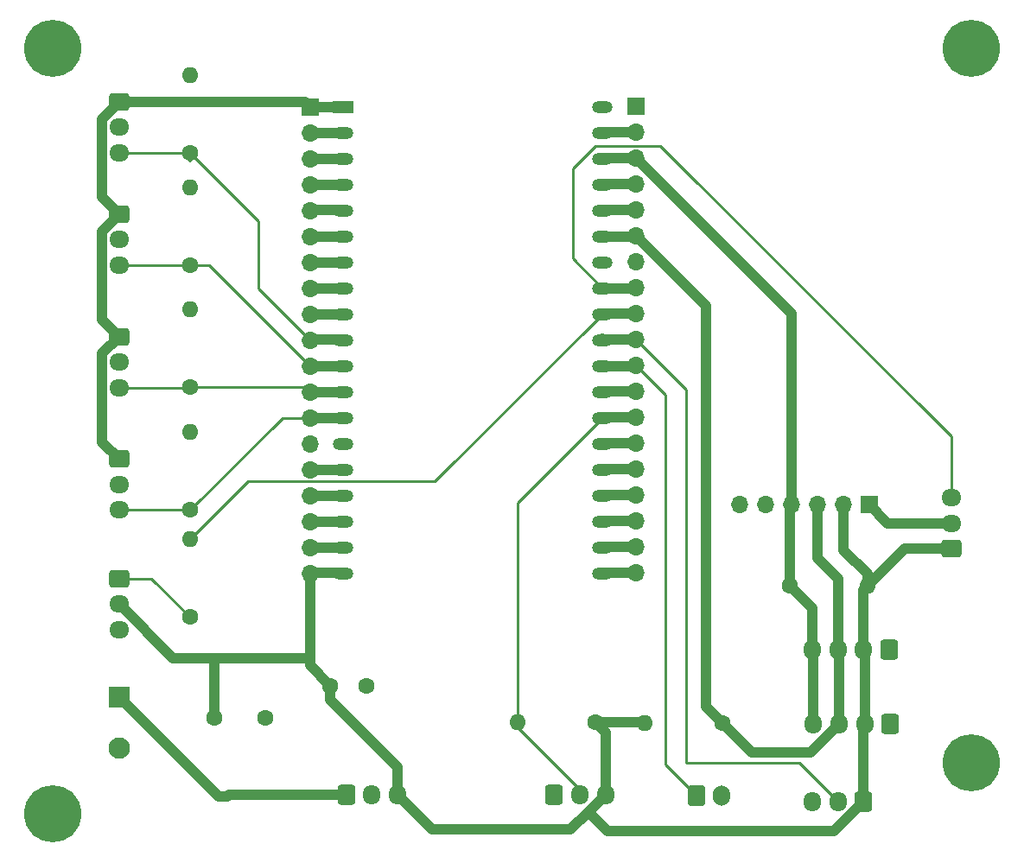
<source format=gbr>
%TF.GenerationSoftware,KiCad,Pcbnew,8.0.8*%
%TF.CreationDate,2025-01-28T10:27:55+01:00*%
%TF.ProjectId,PoolClock,506f6f6c-436c-46f6-936b-2e6b69636164,1.0*%
%TF.SameCoordinates,Original*%
%TF.FileFunction,Copper,L1,Top*%
%TF.FilePolarity,Positive*%
%FSLAX46Y46*%
G04 Gerber Fmt 4.6, Leading zero omitted, Abs format (unit mm)*
G04 Created by KiCad (PCBNEW 8.0.8) date 2025-01-28 10:27:55*
%MOMM*%
%LPD*%
G01*
G04 APERTURE LIST*
G04 Aperture macros list*
%AMRoundRect*
0 Rectangle with rounded corners*
0 $1 Rounding radius*
0 $2 $3 $4 $5 $6 $7 $8 $9 X,Y pos of 4 corners*
0 Add a 4 corners polygon primitive as box body*
4,1,4,$2,$3,$4,$5,$6,$7,$8,$9,$2,$3,0*
0 Add four circle primitives for the rounded corners*
1,1,$1+$1,$2,$3*
1,1,$1+$1,$4,$5*
1,1,$1+$1,$6,$7*
1,1,$1+$1,$8,$9*
0 Add four rect primitives between the rounded corners*
20,1,$1+$1,$2,$3,$4,$5,0*
20,1,$1+$1,$4,$5,$6,$7,0*
20,1,$1+$1,$6,$7,$8,$9,0*
20,1,$1+$1,$8,$9,$2,$3,0*%
G04 Aperture macros list end*
%TA.AperFunction,ComponentPad*%
%ADD10RoundRect,0.250000X-0.725000X0.600000X-0.725000X-0.600000X0.725000X-0.600000X0.725000X0.600000X0*%
%TD*%
%TA.AperFunction,ComponentPad*%
%ADD11O,1.950000X1.700000*%
%TD*%
%TA.AperFunction,ComponentPad*%
%ADD12RoundRect,0.250000X-0.600000X-0.725000X0.600000X-0.725000X0.600000X0.725000X-0.600000X0.725000X0*%
%TD*%
%TA.AperFunction,ComponentPad*%
%ADD13O,1.700000X1.950000*%
%TD*%
%TA.AperFunction,ComponentPad*%
%ADD14R,1.700000X1.700000*%
%TD*%
%TA.AperFunction,ComponentPad*%
%ADD15O,1.700000X1.700000*%
%TD*%
%TA.AperFunction,ComponentPad*%
%ADD16RoundRect,0.250000X0.725000X-0.600000X0.725000X0.600000X-0.725000X0.600000X-0.725000X-0.600000X0*%
%TD*%
%TA.AperFunction,ComponentPad*%
%ADD17C,1.600000*%
%TD*%
%TA.AperFunction,ComponentPad*%
%ADD18RoundRect,0.250000X0.600000X0.725000X-0.600000X0.725000X-0.600000X-0.725000X0.600000X-0.725000X0*%
%TD*%
%TA.AperFunction,ComponentPad*%
%ADD19R,2.100000X2.100000*%
%TD*%
%TA.AperFunction,ComponentPad*%
%ADD20C,2.100000*%
%TD*%
%TA.AperFunction,ComponentPad*%
%ADD21O,1.600000X1.600000*%
%TD*%
%TA.AperFunction,ComponentPad*%
%ADD22C,5.600000*%
%TD*%
%TA.AperFunction,ComponentPad*%
%ADD23RoundRect,0.250000X-0.600000X-0.750000X0.600000X-0.750000X0.600000X0.750000X-0.600000X0.750000X0*%
%TD*%
%TA.AperFunction,ComponentPad*%
%ADD24O,1.700000X2.000000*%
%TD*%
%TA.AperFunction,ComponentPad*%
%ADD25R,2.000000X1.200000*%
%TD*%
%TA.AperFunction,ComponentPad*%
%ADD26O,2.000000X1.200000*%
%TD*%
%TA.AperFunction,Conductor*%
%ADD27C,1.000000*%
%TD*%
%TA.AperFunction,Conductor*%
%ADD28C,0.400000*%
%TD*%
%TA.AperFunction,Conductor*%
%ADD29C,0.250000*%
%TD*%
G04 APERTURE END LIST*
D10*
%TO.P,Button3,1,Pin_1*%
%TO.N,/3V3*%
X86975000Y-76218440D03*
D11*
%TO.P,Button3,2,Pin_2*%
%TO.N,GND*%
X86975000Y-78718440D03*
%TO.P,Button3,3,Pin_3*%
%TO.N,/IO27*%
X86975000Y-81218440D03*
%TD*%
D12*
%TO.P,Power_Button1,1,Pin_1*%
%TO.N,/VIN*%
X109220000Y-133120000D03*
D13*
%TO.P,Power_Button1,2,Pin_2*%
%TO.N,GND*%
X111720000Y-133120000D03*
%TO.P,Power_Button1,3,Pin_3*%
%TO.N,/+5V*%
X114220000Y-133120000D03*
%TD*%
D14*
%TO.P,J2,1,Pin_1*%
%TO.N,GND*%
X137600000Y-65616880D03*
D15*
%TO.P,J2,2,Pin_2*%
%TO.N,/IO23*%
X137600000Y-68156880D03*
%TO.P,J2,3,Pin_3*%
%TO.N,/SCL*%
X137600000Y-70696880D03*
%TO.P,J2,4,Pin_4*%
%TO.N,/IO01*%
X137600000Y-73236880D03*
%TO.P,J2,5,Pin_5*%
%TO.N,/IO03*%
X137600000Y-75776880D03*
%TO.P,J2,6,Pin_6*%
%TO.N,/SDA*%
X137600000Y-78316880D03*
%TO.P,J2,7,Pin_7*%
%TO.N,GND*%
X137600000Y-80856880D03*
%TO.P,J2,8,Pin_8*%
%TO.N,/IO19*%
X137600000Y-83396880D03*
%TO.P,J2,9,Pin_9*%
%TO.N,/IO18*%
X137600000Y-85936880D03*
%TO.P,J2,10,Pin_10*%
%TO.N,/IO05*%
X137600000Y-88476880D03*
%TO.P,J2,11,Pin_11*%
%TO.N,/IO17*%
X137600000Y-91016880D03*
%TO.P,J2,12,Pin_12*%
%TO.N,/IO16*%
X137600000Y-93556880D03*
%TO.P,J2,13,Pin_13*%
%TO.N,/IO04*%
X137600000Y-96096880D03*
%TO.P,J2,14,Pin_14*%
%TO.N,/IO00*%
X137600000Y-98636880D03*
%TO.P,J2,15,Pin_15*%
%TO.N,/IO02*%
X137600000Y-101176880D03*
%TO.P,J2,16,Pin_16*%
%TO.N,/IO15*%
X137600000Y-103716880D03*
%TO.P,J2,17,Pin_17*%
%TO.N,/IO08*%
X137600000Y-106256880D03*
%TO.P,J2,18,Pin_18*%
%TO.N,/IO07*%
X137600000Y-108796880D03*
%TO.P,J2,19,Pin_19*%
%TO.N,/IO06*%
X137600000Y-111336880D03*
%TD*%
D16*
%TO.P,Light_Sensor1,1,Pin_1*%
%TO.N,/+5V*%
X168500000Y-109000000D03*
D11*
%TO.P,Light_Sensor1,2,Pin_2*%
%TO.N,GND*%
X168500000Y-106500000D03*
%TO.P,Light_Sensor1,3,Pin_3*%
%TO.N,/IO19*%
X168500000Y-104000000D03*
%TD*%
D14*
%TO.P,J1,1,Pin_1*%
%TO.N,/3V3*%
X105680000Y-65695000D03*
D15*
%TO.P,J1,2,Pin_2*%
%TO.N,/EN*%
X105680000Y-68235000D03*
%TO.P,J1,3,Pin_3*%
%TO.N,/IO36*%
X105680000Y-70775000D03*
%TO.P,J1,4,Pin_4*%
%TO.N,/IO39*%
X105680000Y-73315000D03*
%TO.P,J1,5,Pin_5*%
%TO.N,/IO34*%
X105680000Y-75855000D03*
%TO.P,J1,6,Pin_6*%
%TO.N,/IO35*%
X105680000Y-78395000D03*
%TO.P,J1,7,Pin_7*%
%TO.N,/IO32*%
X105680000Y-80935000D03*
%TO.P,J1,8,Pin_8*%
%TO.N,/IO33*%
X105680000Y-83475000D03*
%TO.P,J1,9,Pin_9*%
%TO.N,/IO25*%
X105680000Y-86015000D03*
%TO.P,J1,10,Pin_10*%
%TO.N,/IO26*%
X105680000Y-88555000D03*
%TO.P,J1,11,Pin_11*%
%TO.N,/IO27*%
X105680000Y-91095000D03*
%TO.P,J1,12,Pin_12*%
%TO.N,/IO14*%
X105680000Y-93635000D03*
%TO.P,J1,13,Pin_13*%
%TO.N,/IO12*%
X105680000Y-96175000D03*
%TO.P,J1,14,Pin_14*%
%TO.N,GND*%
X105680000Y-98715000D03*
%TO.P,J1,15,Pin_15*%
%TO.N,/IO13*%
X105680000Y-101255000D03*
%TO.P,J1,16,Pin_16*%
%TO.N,/IO09*%
X105680000Y-103795000D03*
%TO.P,J1,17,Pin_17*%
%TO.N,/IO10*%
X105680000Y-106335000D03*
%TO.P,J1,18,Pin_18*%
%TO.N,/IO11*%
X105680000Y-108875000D03*
%TO.P,J1,19,Pin_19*%
%TO.N,/+5V*%
X105680000Y-111415000D03*
%TD*%
D17*
%TO.P,C2,1*%
%TO.N,/+5V*%
X107670000Y-122420000D03*
%TO.P,C2,2*%
%TO.N,GND*%
X111170000Y-122420000D03*
%TD*%
D10*
%TO.P,LED1,1,Pin_1*%
%TO.N,/DIN*%
X86975000Y-111920000D03*
D11*
%TO.P,LED1,2,Pin_2*%
%TO.N,/+5V*%
X86975000Y-114420000D03*
%TO.P,LED1,3,Pin_3*%
%TO.N,GND*%
X86975000Y-116920000D03*
%TD*%
D12*
%TO.P,DS18B20,1,Pin_1*%
%TO.N,GND*%
X129620000Y-133120000D03*
D13*
%TO.P,DS18B20,2,Pin_2*%
%TO.N,/IO04*%
X132120000Y-133120000D03*
%TO.P,DS18B20,3,Pin_3*%
%TO.N,/+5V*%
X134620000Y-133120000D03*
%TD*%
D10*
%TO.P,Button4,1,Pin_1*%
%TO.N,/3V3*%
X86975000Y-65218440D03*
D11*
%TO.P,Button4,2,Pin_2*%
%TO.N,GND*%
X86975000Y-67718440D03*
%TO.P,Button4,3,Pin_3*%
%TO.N,/IO26*%
X86975000Y-70218440D03*
%TD*%
D18*
%TO.P,HR-SC501_PIR1,1,Pin_1*%
%TO.N,/+5V*%
X159920000Y-133820000D03*
D13*
%TO.P,HR-SC501_PIR1,2,Pin_2*%
%TO.N,/IO05*%
X157420000Y-133820000D03*
%TO.P,HR-SC501_PIR1,3,Pin_3*%
%TO.N,GND*%
X154920000Y-133820000D03*
%TD*%
D19*
%TO.P,Power1,1,Pin_1*%
%TO.N,/VIN*%
X86970000Y-123582500D03*
D20*
%TO.P,Power1,2,Pin_2*%
%TO.N,GND*%
X86970000Y-128582500D03*
%TD*%
D18*
%TO.P,AM2320,1,Pin_1*%
%TO.N,GND*%
X162420000Y-118920000D03*
D13*
%TO.P,AM2320,2,Pin_2*%
%TO.N,/+5V*%
X159920000Y-118920000D03*
%TO.P,AM2320,3,Pin_3*%
%TO.N,/SDA*%
X157420000Y-118920000D03*
%TO.P,AM2320,4,Pin_4*%
%TO.N,/SCL*%
X154920000Y-118920000D03*
%TD*%
D17*
%TO.P,R7,1*%
%TO.N,/SCL*%
X152700000Y-112620000D03*
D21*
%TO.P,R7,2*%
%TO.N,/+5V*%
X160320000Y-112620000D03*
%TD*%
D14*
%TO.P,DS3231,1,Pin_1*%
%TO.N,GND*%
X160500000Y-104720000D03*
D15*
%TO.P,DS3231,2,Pin_2*%
%TO.N,/+5V*%
X157960000Y-104720000D03*
%TO.P,DS3231,3,Pin_3*%
%TO.N,/SDA*%
X155420000Y-104720000D03*
%TO.P,DS3231,4,Pin_4*%
%TO.N,/SCL*%
X152880000Y-104720000D03*
%TO.P,DS3231,5,Pin_5*%
%TO.N,/SQW*%
X150340000Y-104720000D03*
%TO.P,DS3231,6,Pin_6*%
%TO.N,/32K*%
X147800000Y-104720000D03*
%TD*%
D10*
%TO.P,Button2,1,Pin_1*%
%TO.N,/3V3*%
X86975000Y-88218440D03*
D11*
%TO.P,Button2,2,Pin_2*%
%TO.N,GND*%
X86975000Y-90718440D03*
%TO.P,Button2,3,Pin_3*%
%TO.N,/IO14*%
X86975000Y-93218440D03*
%TD*%
D22*
%TO.P,H4,1,1*%
%TO.N,GND*%
X80500000Y-135000000D03*
%TD*%
D17*
%TO.P,R2,1*%
%TO.N,/IO12*%
X93920000Y-105218440D03*
D21*
%TO.P,R2,2*%
%TO.N,GND*%
X93920000Y-97598440D03*
%TD*%
D17*
%TO.P,R1,1*%
%TO.N,/DIN*%
X93920000Y-115720000D03*
D21*
%TO.P,R1,2*%
%TO.N,/IO18*%
X93920000Y-108100000D03*
%TD*%
D22*
%TO.P,H1,1,1*%
%TO.N,GND*%
X80500000Y-60000000D03*
%TD*%
D17*
%TO.P,R3,1*%
%TO.N,/IO14*%
X93920000Y-93140000D03*
D21*
%TO.P,R3,2*%
%TO.N,GND*%
X93920000Y-85520000D03*
%TD*%
D18*
%TO.P,LCD1,1,Pin_1*%
%TO.N,GND*%
X162520000Y-126220000D03*
D13*
%TO.P,LCD1,2,Pin_2*%
%TO.N,/+5V*%
X160020000Y-126220000D03*
%TO.P,LCD1,3,Pin_3*%
%TO.N,/SDA*%
X157520000Y-126220000D03*
%TO.P,LCD1,4,Pin_4*%
%TO.N,/SCL*%
X155020000Y-126220000D03*
%TD*%
D17*
%TO.P,R4,1*%
%TO.N,/IO27*%
X93920000Y-81220000D03*
D21*
%TO.P,R4,2*%
%TO.N,GND*%
X93920000Y-73600000D03*
%TD*%
D17*
%TO.P,R8,1*%
%TO.N,/+5V*%
X133620000Y-126020000D03*
D21*
%TO.P,R8,2*%
%TO.N,/IO04*%
X126000000Y-126020000D03*
%TD*%
D22*
%TO.P,H3,1,1*%
%TO.N,GND*%
X170500000Y-130000000D03*
%TD*%
D10*
%TO.P,Button1,1,Pin_1*%
%TO.N,/3V3*%
X86975000Y-100218440D03*
D11*
%TO.P,Button1,2,Pin_2*%
%TO.N,GND*%
X86975000Y-102718440D03*
%TO.P,Button1,3,Pin_3*%
%TO.N,/IO12*%
X86975000Y-105218440D03*
%TD*%
D17*
%TO.P,C1,1*%
%TO.N,/+5V*%
X96320000Y-125620000D03*
%TO.P,C1,2*%
%TO.N,GND*%
X101320000Y-125620000D03*
%TD*%
%TO.P,R6,1*%
%TO.N,/SDA*%
X146120000Y-126120000D03*
D21*
%TO.P,R6,2*%
%TO.N,/+5V*%
X138500000Y-126120000D03*
%TD*%
D23*
%TO.P,BZ1,1,+*%
%TO.N,/IO17*%
X143520000Y-133220000D03*
D24*
%TO.P,BZ1,2,-*%
%TO.N,GND*%
X146020000Y-133220000D03*
%TD*%
D17*
%TO.P,R5,1*%
%TO.N,/IO26*%
X93920000Y-70220000D03*
D21*
%TO.P,R5,2*%
%TO.N,GND*%
X93920000Y-62600000D03*
%TD*%
D22*
%TO.P,H2,1,1*%
%TO.N,GND*%
X170500000Y-60000000D03*
%TD*%
D25*
%TO.P,U1,1,3V3*%
%TO.N,/3V3*%
X108925000Y-65695000D03*
D26*
%TO.P,U1,2,CHIP_PU*%
%TO.N,/EN*%
X108925000Y-68235000D03*
%TO.P,U1,3,SENSOR_VP/GPIO36/ADC1_CH0*%
%TO.N,/IO36*%
X108925000Y-70775000D03*
%TO.P,U1,4,SENSOR_VN/GPIO39/ADC1_CH3*%
%TO.N,/IO39*%
X108925000Y-73315000D03*
%TO.P,U1,5,VDET_1/GPIO34/ADC1_CH6*%
%TO.N,/IO34*%
X108925000Y-75855000D03*
%TO.P,U1,6,VDET_2/GPIO35/ADC1_CH7*%
%TO.N,/IO35*%
X108925000Y-78395000D03*
%TO.P,U1,7,32K_XP/GPIO32/ADC1_CH4*%
%TO.N,/IO32*%
X108925000Y-80935000D03*
%TO.P,U1,8,32K_XN/GPIO33/ADC1_CH5*%
%TO.N,/IO33*%
X108925000Y-83475000D03*
%TO.P,U1,9,DAC_1/ADC2_CH8/GPIO25*%
%TO.N,/IO25*%
X108925000Y-86015000D03*
%TO.P,U1,10,DAC_2/ADC2_CH9/GPIO26*%
%TO.N,/IO26*%
X108925000Y-88555000D03*
%TO.P,U1,11,ADC2_CH7/GPIO27*%
%TO.N,/IO27*%
X108925000Y-91095000D03*
%TO.P,U1,12,MTMS/GPIO14/ADC2_CH6*%
%TO.N,/IO14*%
X108925000Y-93635000D03*
%TO.P,U1,13,MTDI/GPIO12/ADC2_CH5*%
%TO.N,/IO12*%
X108925000Y-96175000D03*
%TO.P,U1,14,GND*%
%TO.N,GND*%
X108925000Y-98715000D03*
%TO.P,U1,15,MTCK/GPIO13/ADC2_CH4*%
%TO.N,/IO13*%
X108925000Y-101255000D03*
%TO.P,U1,16,SD_DATA2/GPIO9*%
%TO.N,/IO09*%
X108925000Y-103795000D03*
%TO.P,U1,17,SD_DATA3/GPIO10*%
%TO.N,/IO10*%
X108925000Y-106335000D03*
%TO.P,U1,18,CMD*%
%TO.N,/IO11*%
X108925000Y-108875000D03*
%TO.P,U1,19,5V*%
%TO.N,/+5V*%
X108925000Y-111415000D03*
%TO.P,U1,20,SD_CLK/GPIO6*%
%TO.N,/IO06*%
X134321320Y-111412280D03*
%TO.P,U1,21,SD_DATA0/GPIO7*%
%TO.N,/IO07*%
X134321320Y-108872280D03*
%TO.P,U1,22,SD_DATA1/GPIO8*%
%TO.N,/IO08*%
X134325000Y-106335000D03*
%TO.P,U1,23,MTDO/GPIO15/ADC2_CH3*%
%TO.N,/IO15*%
X134325000Y-103795000D03*
%TO.P,U1,24,ADC2_CH2/GPIO2*%
%TO.N,/IO02*%
X134325000Y-101255000D03*
%TO.P,U1,25,GPIO0/BOOT/ADC2_CH1*%
%TO.N,/IO00*%
X134325000Y-98715000D03*
%TO.P,U1,26,ADC2_CH0/GPIO4*%
%TO.N,/IO04*%
X134325000Y-96175000D03*
%TO.P,U1,27,GPIO16*%
%TO.N,/IO16*%
X134325000Y-93635000D03*
%TO.P,U1,28,GPIO17*%
%TO.N,/IO17*%
X134325000Y-91095000D03*
%TO.P,U1,29,GPIO5*%
%TO.N,/IO05*%
X134325000Y-88555000D03*
%TO.P,U1,30,GPIO18*%
%TO.N,/IO18*%
X134325000Y-86015000D03*
%TO.P,U1,31,GPIO19*%
%TO.N,/IO19*%
X134325000Y-83475000D03*
%TO.P,U1,32,GND*%
%TO.N,GND*%
X134325000Y-80935000D03*
%TO.P,U1,33,GPIO21*%
%TO.N,/SDA*%
X134325000Y-78395000D03*
%TO.P,U1,34,U0RXD/GPIO3*%
%TO.N,/IO03*%
X134325000Y-75855000D03*
%TO.P,U1,35,U0TXD/GPIO1*%
%TO.N,/IO01*%
X134325000Y-73315000D03*
%TO.P,U1,36,GPIO22*%
%TO.N,/SCL*%
X134325000Y-70775000D03*
%TO.P,U1,37,GPIO23*%
%TO.N,/IO23*%
X134325000Y-68235000D03*
%TO.P,U1,38,GND*%
%TO.N,GND*%
X134325000Y-65695000D03*
%TD*%
D27*
%TO.N,/SCL*%
X134325000Y-70775000D02*
X134403120Y-70696880D01*
X152700000Y-104900000D02*
X152880000Y-104720000D01*
X152880000Y-85976880D02*
X137600000Y-70696880D01*
X154920000Y-114840000D02*
X152700000Y-112620000D01*
X134403120Y-70696880D02*
X137600000Y-70696880D01*
X155020000Y-119020000D02*
X154920000Y-118920000D01*
X152700000Y-112620000D02*
X152700000Y-104900000D01*
X155020000Y-126220000D02*
X155020000Y-119020000D01*
X154920000Y-118920000D02*
X154920000Y-114840000D01*
X152880000Y-104720000D02*
X152880000Y-85976880D01*
D28*
%TO.N,GND*%
X134403120Y-80856880D02*
X134325000Y-80935000D01*
X134403120Y-65616880D02*
X134325000Y-65695000D01*
D27*
X168500000Y-106500000D02*
X162280000Y-106500000D01*
X162280000Y-106500000D02*
X160500000Y-104720000D01*
%TO.N,/SDA*%
X134357500Y-78446880D02*
X137470000Y-78446880D01*
X157520000Y-126220000D02*
X157520000Y-119020000D01*
X144500000Y-124500000D02*
X144500000Y-85216880D01*
X149000000Y-129000000D02*
X144500000Y-124500000D01*
X157420000Y-118920000D02*
X157420000Y-111920000D01*
X154740000Y-129000000D02*
X149000000Y-129000000D01*
X157520000Y-126220000D02*
X154740000Y-129000000D01*
X157420000Y-111920000D02*
X155420000Y-109920000D01*
X137470000Y-78446880D02*
X137600000Y-78316880D01*
X155420000Y-109920000D02*
X155420000Y-104720000D01*
X157520000Y-119020000D02*
X157420000Y-118920000D01*
X144500000Y-85216880D02*
X137600000Y-78316880D01*
D29*
%TO.N,/DIN*%
X90120000Y-111920000D02*
X93920000Y-115720000D01*
X86975000Y-111920000D02*
X90120000Y-111920000D01*
%TO.N,/IO12*%
X102963440Y-96175000D02*
X105680000Y-96175000D01*
X93920000Y-105218440D02*
X102963440Y-96175000D01*
D27*
X105680000Y-96175000D02*
X108925000Y-96175000D01*
D29*
X86975000Y-105218440D02*
X93920000Y-105218440D01*
D27*
%TO.N,/IO14*%
X108863120Y-93696880D02*
X108925000Y-93635000D01*
D29*
X93841560Y-93218440D02*
X93920000Y-93140000D01*
D27*
X105680000Y-93635000D02*
X105741880Y-93696880D01*
D29*
X105185000Y-93140000D02*
X105680000Y-93635000D01*
X93920000Y-93140000D02*
X105185000Y-93140000D01*
X86975000Y-93218440D02*
X93841560Y-93218440D01*
D27*
X105741880Y-93696880D02*
X108863120Y-93696880D01*
D29*
%TO.N,/IO27*%
X95805000Y-81220000D02*
X105680000Y-91095000D01*
X93920000Y-81220000D02*
X95805000Y-81220000D01*
D27*
X105680000Y-91095000D02*
X108925000Y-91095000D01*
D29*
X86975000Y-81218440D02*
X93918440Y-81218440D01*
X93918440Y-81218440D02*
X93920000Y-81220000D01*
D27*
%TO.N,/IO26*%
X105680000Y-88555000D02*
X105738120Y-88496880D01*
D29*
X100620000Y-83495000D02*
X105680000Y-88555000D01*
X86975000Y-70218440D02*
X93918440Y-70218440D01*
X93920000Y-70220000D02*
X100620000Y-76920000D01*
D27*
X105738120Y-88496880D02*
X109052500Y-88496880D01*
D29*
X93170000Y-70218440D02*
X93920000Y-70968440D01*
X100620000Y-76920000D02*
X100620000Y-83495000D01*
X93918440Y-70218440D02*
X93920000Y-70220000D01*
D27*
%TO.N,/IO17*%
X134325000Y-91095000D02*
X134326880Y-91096880D01*
D29*
X140500000Y-93916880D02*
X137600000Y-91016880D01*
X140500000Y-130200000D02*
X140500000Y-93916880D01*
D27*
X134326880Y-91096880D02*
X137520000Y-91096880D01*
X137520000Y-91096880D02*
X137600000Y-91016880D01*
D29*
X143520000Y-133220000D02*
X140500000Y-130200000D01*
%TO.N,/IO04*%
X132120000Y-132620000D02*
X126000000Y-126500000D01*
D27*
X134507500Y-96096880D02*
X137452500Y-96096880D01*
D29*
X126000000Y-126500000D02*
X126000000Y-104500000D01*
X126000000Y-104500000D02*
X134325000Y-96175000D01*
X132120000Y-133120000D02*
X132120000Y-132620000D01*
D27*
X137452500Y-96096880D02*
X137602500Y-95946880D01*
D29*
%TO.N,/IO05*%
X153600000Y-130000000D02*
X142500000Y-130000000D01*
D27*
X134407500Y-88496880D02*
X137552500Y-88496880D01*
X137552500Y-88496880D02*
X137602500Y-88446880D01*
D29*
X142500000Y-130000000D02*
X142500000Y-93376880D01*
D27*
X134357500Y-88446880D02*
X134407500Y-88496880D01*
D29*
X157420000Y-133820000D02*
X153600000Y-130000000D01*
X142500000Y-93376880D02*
X137600000Y-88476880D01*
D27*
%TO.N,/IO35*%
X105680000Y-78395000D02*
X108925000Y-78395000D01*
%TO.N,/EN*%
X105680000Y-68235000D02*
X108925000Y-68235000D01*
%TO.N,/IO32*%
X105680000Y-80935000D02*
X108925000Y-80935000D01*
%TO.N,/IO25*%
X105680000Y-86015000D02*
X108925000Y-86015000D01*
%TO.N,/IO39*%
X105680000Y-73315000D02*
X108925000Y-73315000D01*
%TO.N,/IO33*%
X105680000Y-83475000D02*
X108925000Y-83475000D01*
%TO.N,/IO36*%
X105680000Y-70775000D02*
X108925000Y-70775000D01*
%TO.N,/IO34*%
X105680000Y-75855000D02*
X105738120Y-75796880D01*
X105738120Y-75796880D02*
X108866880Y-75796880D01*
X108866880Y-75796880D02*
X108925000Y-75855000D01*
%TO.N,/IO13*%
X105680000Y-101255000D02*
X108925000Y-101255000D01*
%TO.N,/IO09*%
X105680000Y-103795000D02*
X108925000Y-103795000D01*
%TO.N,/IO11*%
X105680000Y-108875000D02*
X108925000Y-108875000D01*
%TO.N,/IO10*%
X105680000Y-106335000D02*
X108925000Y-106335000D01*
D29*
%TO.N,/IO08*%
X134403120Y-106256880D02*
X134325000Y-106335000D01*
D27*
X137600000Y-106256880D02*
X134403120Y-106256880D01*
%TO.N,/IO06*%
X137600000Y-111336880D02*
X134396720Y-111336880D01*
D29*
X134396720Y-111336880D02*
X134321320Y-111412280D01*
D27*
%TO.N,/IO18*%
X134357500Y-85946880D02*
X137602500Y-85946880D01*
D29*
X93920000Y-108100000D02*
X99590000Y-102430000D01*
X99590000Y-102430000D02*
X117910000Y-102430000D01*
X117910000Y-102430000D02*
X134325000Y-86015000D01*
%TO.N,/IO00*%
X134403120Y-98636880D02*
X134325000Y-98715000D01*
D27*
X137600000Y-98636880D02*
X134403120Y-98636880D01*
%TO.N,/VIN*%
X97772651Y-133120000D02*
X97572651Y-133320000D01*
X97572651Y-133320000D02*
X96707500Y-133320000D01*
X96707500Y-133320000D02*
X86970000Y-123582500D01*
X109220000Y-133120000D02*
X97772651Y-133120000D01*
%TO.N,/IO03*%
X137600000Y-75776880D02*
X134403120Y-75776880D01*
%TO.N,/IO19*%
X134503120Y-83496880D02*
X134403120Y-83396880D01*
D29*
X131420000Y-71720000D02*
X131420000Y-80570000D01*
X131420000Y-80570000D02*
X134325000Y-83475000D01*
X134403120Y-83396880D02*
X134325000Y-83475000D01*
X168500000Y-104000000D02*
X168500000Y-98000000D01*
D27*
X137600000Y-83396880D02*
X137500000Y-83496880D01*
D29*
X140021880Y-69521880D02*
X133618120Y-69521880D01*
D27*
X137500000Y-83496880D02*
X134503120Y-83496880D01*
D29*
X133618120Y-69521880D02*
X131420000Y-71720000D01*
X168500000Y-98000000D02*
X140021880Y-69521880D01*
D27*
%TO.N,/IO07*%
X137600000Y-108796880D02*
X134396720Y-108796880D01*
D29*
X134396720Y-108796880D02*
X134321320Y-108872280D01*
%TO.N,/IO15*%
X134403120Y-103716880D02*
X134325000Y-103795000D01*
D27*
X137600000Y-103716880D02*
X134403120Y-103716880D01*
%TO.N,/IO23*%
X137600000Y-68156880D02*
X134403120Y-68156880D01*
%TO.N,/IO16*%
X137600000Y-93556880D02*
X134403120Y-93556880D01*
X134403120Y-93556880D02*
X134325000Y-93635000D01*
%TO.N,/IO01*%
X137600000Y-73236880D02*
X134403120Y-73236880D01*
D29*
%TO.N,/IO02*%
X134403120Y-101176880D02*
X134325000Y-101255000D01*
D27*
X137600000Y-101176880D02*
X134403120Y-101176880D01*
%TO.N,/+5V*%
X105680000Y-120430000D02*
X105680000Y-119720000D01*
X168500000Y-109000000D02*
X163940000Y-109000000D01*
X159920000Y-133820000D02*
X157020000Y-136720000D01*
X160320000Y-112620000D02*
X160520000Y-112620000D01*
X92275000Y-119720000D02*
X96220000Y-119720000D01*
X157800000Y-104880000D02*
X157960000Y-104720000D01*
X117620000Y-136520000D02*
X131220000Y-136520000D01*
X159920000Y-113020000D02*
X160320000Y-112620000D01*
X133620000Y-126020000D02*
X138400000Y-126020000D01*
X157020000Y-136720000D02*
X134870000Y-136720000D01*
X108906880Y-111396880D02*
X108925000Y-111415000D01*
X132945000Y-134795000D02*
X134620000Y-133120000D01*
X86975000Y-114420000D02*
X92275000Y-119720000D01*
X134870000Y-136720000D02*
X132945000Y-134795000D01*
X157960000Y-109128630D02*
X157960000Y-104720000D01*
X163940000Y-109000000D02*
X160320000Y-112620000D01*
X105680000Y-119720000D02*
X105680000Y-111415000D01*
X138400000Y-126020000D02*
X138500000Y-126120000D01*
X114220000Y-133120000D02*
X117620000Y-136520000D01*
X134620000Y-133120000D02*
X134620000Y-127020000D01*
X105698120Y-111396880D02*
X108906880Y-111396880D01*
X160320000Y-111488630D02*
X157960000Y-109128630D01*
X96320000Y-125620000D02*
X96320000Y-119820000D01*
X159920000Y-126320000D02*
X160020000Y-126220000D01*
X114220000Y-133120000D02*
X114220000Y-130400000D01*
X134620000Y-127020000D02*
X133620000Y-126020000D01*
X107670000Y-122420000D02*
X105680000Y-120430000D01*
X160320000Y-112620000D02*
X160320000Y-111488630D01*
X107670000Y-123850000D02*
X107670000Y-122420000D01*
X159920000Y-133820000D02*
X159920000Y-126320000D01*
X96220000Y-119720000D02*
X105680000Y-119720000D01*
X160020000Y-126220000D02*
X160020000Y-119020000D01*
X131220000Y-136520000D02*
X132945000Y-134795000D01*
X96320000Y-119820000D02*
X96220000Y-119720000D01*
X114220000Y-130400000D02*
X107670000Y-123850000D01*
X159920000Y-118920000D02*
X159920000Y-113020000D01*
X160020000Y-119020000D02*
X159920000Y-118920000D01*
X105680000Y-111415000D02*
X105698120Y-111396880D01*
%TO.N,/3V3*%
X86975000Y-76218440D02*
X85300000Y-74543440D01*
X86975000Y-88218440D02*
X85300000Y-86543440D01*
X85300000Y-74543440D02*
X85300000Y-66893440D01*
X108925000Y-65695000D02*
X105680000Y-65695000D01*
X105203440Y-65218440D02*
X105680000Y-65695000D01*
X85300000Y-89893440D02*
X86975000Y-88218440D01*
X85300000Y-86543440D02*
X85300000Y-77893440D01*
X86975000Y-100218440D02*
X85300000Y-98543440D01*
X86975000Y-65218440D02*
X105203440Y-65218440D01*
X85300000Y-98543440D02*
X85300000Y-89893440D01*
X85300000Y-66893440D02*
X86975000Y-65218440D01*
X85300000Y-77893440D02*
X86975000Y-76218440D01*
%TD*%
M02*

</source>
